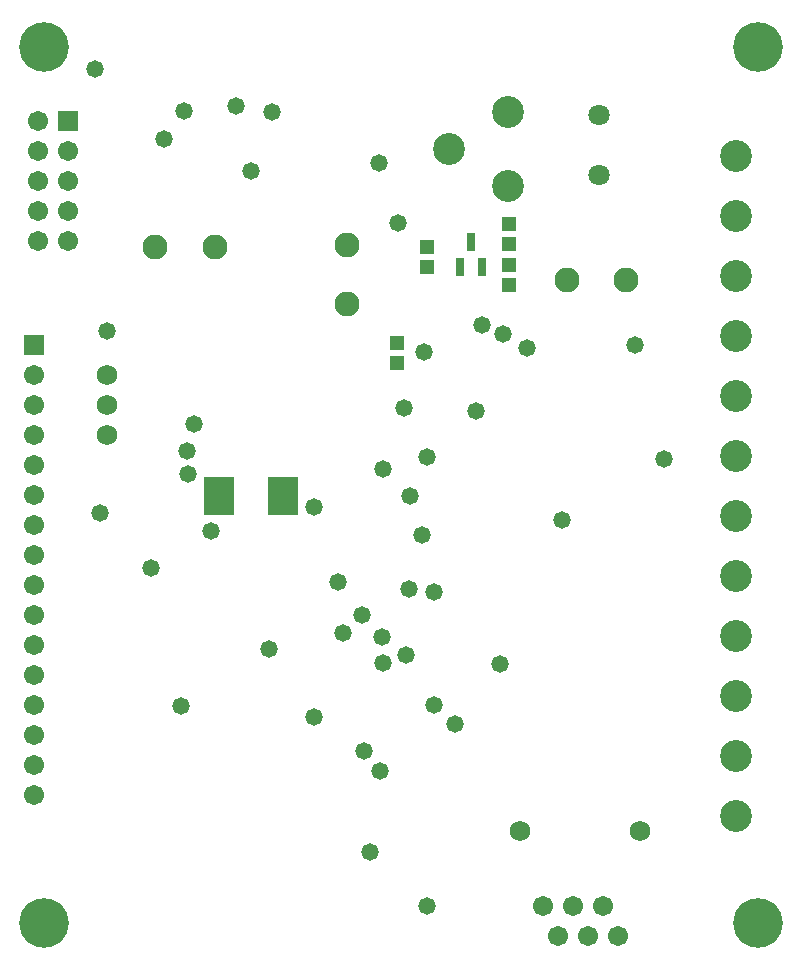
<source format=gbs>
%FSLAX44Y44*%
%MOMM*%
G71*
G01*
G75*
G04 Layer_Color=16711935*
%ADD10R,1.0000X1.1000*%
%ADD11R,3.5000X2.6000*%
%ADD12R,1.1000X1.0000*%
%ADD13R,0.8000X0.8000*%
%ADD14R,1.7000X0.6500*%
%ADD15R,0.5500X1.4500*%
%ADD16R,1.4500X0.5500*%
%ADD17R,0.6000X1.4000*%
%ADD18R,1.1000X1.9000*%
%ADD19R,0.3000X1.4000*%
%ADD20R,1.7800X0.4200*%
%ADD21R,1.4000X0.6500*%
%ADD22C,0.4000*%
%ADD23C,1.0000*%
%ADD24C,0.5000*%
%ADD25C,0.2540*%
%ADD26C,0.7000*%
%ADD27C,0.6000*%
%ADD28C,0.3000*%
%ADD29C,1.9000*%
%ADD30C,2.5000*%
%ADD31C,4.0000*%
%ADD32C,1.5000*%
%ADD33C,1.5240*%
%ADD34C,1.6000*%
%ADD35R,1.5000X1.5000*%
%ADD36C,1.2700*%
%ADD37R,0.6000X1.3000*%
%ADD38R,2.4000X3.0000*%
%ADD39C,0.2500*%
%ADD40C,0.2000*%
%ADD41R,1.0000X2.3000*%
%ADD42R,1.8000X8.8000*%
%ADD43R,8.8000X1.8000*%
%ADD44R,2.6000X1.6000*%
%ADD45R,2.2000X7.8000*%
%ADD46R,1.6000X2.9000*%
%ADD47R,1.2032X1.3032*%
%ADD48R,3.7032X2.8032*%
%ADD49R,1.3032X1.2032*%
%ADD50R,1.0032X1.0032*%
%ADD51R,1.9032X0.8532*%
%ADD52R,0.7532X1.6532*%
%ADD53R,1.6532X0.7532*%
%ADD54R,0.8032X1.6032*%
%ADD55R,1.3032X2.1032*%
%ADD56R,0.5032X1.6032*%
%ADD57R,1.9832X0.6232*%
%ADD58R,1.6032X0.8532*%
%ADD59C,2.1032*%
%ADD60C,2.7032*%
%ADD61C,4.2032*%
%ADD62C,1.7032*%
%ADD63C,1.7272*%
%ADD64C,1.8032*%
%ADD65R,1.7032X1.7032*%
%ADD66C,1.4732*%
%ADD67R,0.8032X1.5032*%
%ADD68R,2.6032X3.2032*%
D47*
X434730Y635150D02*
D03*
Y618150D02*
D03*
X364880Y616100D02*
D03*
Y599100D02*
D03*
X434730Y600860D02*
D03*
Y583860D02*
D03*
X339480Y534820D02*
D03*
Y517820D02*
D03*
D59*
X297570Y617350D02*
D03*
Y567350D02*
D03*
X185010Y615610D02*
D03*
X135010D02*
D03*
X533790Y587670D02*
D03*
X483790D02*
D03*
D60*
X626500Y134280D02*
D03*
Y185080D02*
D03*
Y235880D02*
D03*
Y286680D02*
D03*
Y337480D02*
D03*
Y388280D02*
D03*
Y439080D02*
D03*
Y489880D02*
D03*
Y540680D02*
D03*
Y591480D02*
D03*
Y642280D02*
D03*
Y693080D02*
D03*
X383460Y698910D02*
D03*
X433460Y667910D02*
D03*
Y729910D02*
D03*
D61*
X644760Y785000D02*
D03*
X644760Y43630D02*
D03*
X40550Y785000D02*
D03*
Y43630D02*
D03*
D62*
X526220Y32680D02*
D03*
X513520Y58080D02*
D03*
X462720D02*
D03*
X475420Y32680D02*
D03*
X488120Y58080D02*
D03*
X500820Y32680D02*
D03*
X35950Y722290D02*
D03*
X61350Y696890D02*
D03*
X35950D02*
D03*
X61350Y671490D02*
D03*
X35950D02*
D03*
X61350Y646090D02*
D03*
X35950D02*
D03*
X61350Y620690D02*
D03*
X35950D02*
D03*
X32140Y152060D02*
D03*
Y177460D02*
D03*
Y202860D02*
D03*
Y228260D02*
D03*
Y253660D02*
D03*
Y279060D02*
D03*
Y304460D02*
D03*
Y329860D02*
D03*
Y355260D02*
D03*
Y380660D02*
D03*
Y406060D02*
D03*
Y431460D02*
D03*
Y456860D02*
D03*
Y482260D02*
D03*
Y507660D02*
D03*
D63*
X443620Y121580D02*
D03*
X545220D02*
D03*
X94370Y507660D02*
D03*
Y482260D02*
D03*
Y456860D02*
D03*
D64*
X510930Y727370D02*
D03*
Y676570D02*
D03*
D65*
X61350Y722290D02*
D03*
X32140Y533060D02*
D03*
D66*
X427110Y263000D02*
D03*
X389010Y211750D02*
D03*
X326910Y285540D02*
D03*
X371230Y228260D02*
D03*
X310270Y304710D02*
D03*
X293760Y289220D02*
D03*
X347100Y270170D02*
D03*
X269630Y395900D02*
D03*
X311540Y188890D02*
D03*
X325510Y172380D02*
D03*
X156600Y226990D02*
D03*
X328050Y263820D02*
D03*
X216290Y680380D02*
D03*
X142630Y707050D02*
D03*
X324240Y686730D02*
D03*
X203590Y734990D02*
D03*
X234070Y729910D02*
D03*
X84210Y766740D02*
D03*
X340750Y635930D02*
D03*
X94370Y544490D02*
D03*
X269630Y218100D02*
D03*
X289950Y332400D02*
D03*
X231530Y275250D02*
D03*
X364880Y58080D02*
D03*
X316620Y103800D02*
D03*
X350910Y404790D02*
D03*
X449970Y530520D02*
D03*
X429650Y541950D02*
D03*
X565540Y436540D02*
D03*
X406790Y477180D02*
D03*
X131200Y343830D02*
D03*
X345830Y479720D02*
D03*
X168030Y465750D02*
D03*
X88020Y390820D02*
D03*
X161680Y442890D02*
D03*
X162950Y423840D02*
D03*
X182000Y375580D02*
D03*
X479180Y384470D02*
D03*
X362340Y526710D02*
D03*
X349640Y326050D02*
D03*
X371230Y323510D02*
D03*
X541410Y533060D02*
D03*
X159140Y731180D02*
D03*
X411870Y549570D02*
D03*
X361000Y371868D02*
D03*
X327700Y428000D02*
D03*
X364880Y438000D02*
D03*
D67*
X402370Y620100D02*
D03*
X392870Y599100D02*
D03*
X411870D02*
D03*
D68*
X242960Y404790D02*
D03*
X188960D02*
D03*
M02*

</source>
